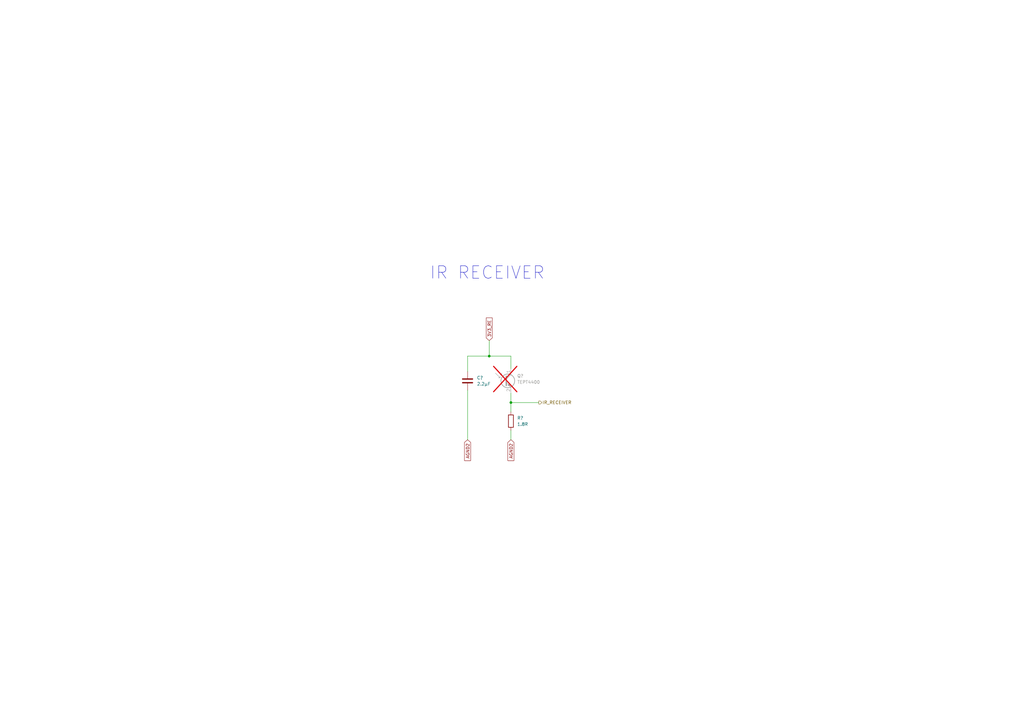
<source format=kicad_sch>
(kicad_sch (version 20250114) (generator "eeschema") (generator_version "9.0")
  (paper "A3")
  (title_block (title "Rabosa Micromouse") (rev "1.0") (company "XorvaLabs ") (comment 1 "Schematic design based on Green Ye's Green Giant 5.19V micromouse") (comment 2 "And in OPRobots streams"))
  (lib_symbols
    (symbol "Device:C" (pin_numbers (hide yes)) (pin_names (offset 0.254))
      (property "Reference" "C" (at 0.635 2.54 0))
      (property "Value" "C" (at 0.635 -2.54 0))
      (symbol "C_0_1"
        (polyline (pts (xy -2.032 0.762) (xy 2.032 0.762)) (stroke (width 0.508)))
        (polyline (pts (xy -2.032 -0.762) (xy 2.032 -0.762)) (stroke (width 0.508)))
      )
      (symbol "C_1_1"
        (pin passive line (at 0 3.81 270) (length 2.794) (name "~") (number "1"))
        (pin passive line (at 0 -3.81 90) (length 2.794) (name "~") (number "2"))
      )
    )
    (symbol "Device:R" (pin_numbers (hide yes)) (pin_names (offset 0))
      (property "Reference" "R" (at 2.032 0 90))
      (property "Value" "R" (at 0 0 90))
      (symbol "R_0_1"
        (rectangle (start -1.016 -2.54) (end 1.016 2.54) (stroke (width 0.254)))
      )
      (symbol "R_1_1"
        (pin passive line (at 0 3.81 270) (length 1.27) (name "~") (number "1"))
        (pin passive line (at 0 -3.81 90) (length 1.27) (name "~") (number "2"))
      )
    )
    (symbol "Sensor_Optical:TEPT4400" (pin_names (offset 0) (hide yes))
      (property "Reference" "Q" (at 5.08 1.27 0))
      (property "Value" "TEPT4400" (at 5.08 -1.27 0))
      (symbol "TEPT4400_0_1"
        (polyline (pts (xy -3.81 3.175) (xy -1.905 1.27) (xy -1.905 1.905)))
        (polyline (pts (xy -3.175 4.445) (xy -1.27 2.54) (xy -1.27 3.175)))
        (polyline (pts (xy -1.905 1.27) (xy -2.54 1.27)))
        (polyline (pts (xy -1.27 2.54) (xy -1.905 2.54)))
        (polyline (pts (xy 0.635 1.905) (xy 0.635 -1.905)) (stroke (width 0.508)))
        (polyline (pts (xy 0.635 0.635) (xy 2.54 2.54)))
        (polyline (pts (xy 0.635 -0.635) (xy 2.54 -2.54)))
        (circle (center 1.27 0) (radius 2.8194) (stroke (width 0.254)))
        (polyline (pts (xy 1.27 -1.778) (xy 1.778 -1.27) (xy 2.286 -2.286) (xy 1.27 -1.778)) (fill (type outline)))
      )
      (symbol "TEPT4400_1_1"
        (pin passive line (at 2.54 5.08 270) (length 2.54) (name "C") (number "1"))
        (pin passive line (at 2.54 -5.08 90) (length 2.54) (name "E") (number "2"))
      )
    )
  )
  (text "IR RECEIVER" (at 199.898 112.014 0) (effects (font (size 5.08 5.08))))
  (junction (at 200.66 146.05))
  (junction (at 209.55 165.1))
  (wire (pts (xy 209.55 165.1) (xy 220.98 165.1)))
  (wire (pts (xy 209.55 165.1) (xy 209.55 168.91)))
  (wire (pts (xy 200.66 139.7) (xy 200.66 146.05)))
  (wire (pts (xy 200.66 146.05) (xy 209.55 146.05)))
  (wire (pts (xy 209.55 161.29) (xy 209.55 165.1)))
  (wire (pts (xy 209.55 146.05) (xy 209.55 151.13)))
  (wire (pts (xy 191.77 152.4) (xy 191.77 146.05)))
  (wire (pts (xy 191.77 146.05) (xy 200.66 146.05)))
  (wire (pts (xy 191.77 160.02) (xy 191.77 180.34)))
  (wire (pts (xy 209.55 176.53) (xy 209.55 180.34)))
  (global_label "AGND2" (shape input) (at 191.77 180.34 270) (property "Intersheetrefs" "${INTERSHEET_REFS}" (effects (hide yes))))
  (global_label "AGND2" (shape input) (at 209.55 180.34 270) (property "Intersheetrefs" "${INTERSHEET_REFS}" (effects (hide yes))))
  (global_label "3V3_RE" (shape input) (at 200.66 139.7 90) (property "Intersheetrefs" "${INTERSHEET_REFS}" (effects (hide yes))))
  (hierarchical_label "IR_RECEIVER" (shape output) (at 220.98 165.1 0))
  (symbol (lib_id "Sensor_Optical:TEPT4400") (at 207.01 156.21 0) (unit 1) (dnp yes)
    (property "Reference" "Q?" (at 212.09 154.1906 0) (effects (justify left)))
    (property "Value" "TEPT4400" (at 212.09 156.7306 0) (effects (justify left)))
    (property "Footprint" "LED_THT:LED_D3.0mm_Horizontal_O1.27mm_Z2.0mm_Clear" (effects (hide yes)))
    (property "Datasheet" "https://www.vishay.com/docs/81341/tept4400.pdf" (effects (hide yes)))
    (property "Description" "Ambient Light Sensor, NPN Epitaxial Planar Phototransistor, T-1" (effects (hide yes)))
    (property "Enlace compra" "https://www.mouser.es/ProductDetail/Vishay-Semiconductors/TEFT4300?qs=HsFHTXumnCRbcrt8oPFPMA%3D%3D" (effects (hide yes)))
    (property "JLCPCB Part #" "C132178 " (effects (hide yes)))
  )
  (symbol (lib_id "Device:C") (at 191.77 156.21 0) (unit 1)
    (property "Reference" "C?" (at 195.58 154.9399 0) (effects (justify left)))
    (property "Value" "2.2µF" (at 195.58 157.4799 0) (effects (justify left)))
    (property "Footprint" "Capacitor_SMD:C_0402_1005Metric" (effects (hide yes)))
    (property "Description" "Unpolarized capacitor" (effects (hide yes)))
    (property "JLCPCB Part #" "C12530" (effects (hide yes)))
  )
  (symbol (lib_id "Device:R") (at 209.55 172.72 0) (unit 1)
    (property "Reference" "R?" (at 212.09 171.4499 0) (effects (justify left)))
    (property "Value" "1.8R" (at 212.09 173.9899 0) (effects (justify left)))
    (property "Footprint" "PCM_Resistor_SMD_AKL:R_0402_1005Metric" (effects (hide yes)))
    (property "Description" "Resistor" (effects (hide yes)))
    (property "JLCPCB Part #" "C174229" (effects (hide yes)))
  )
)
</source>
